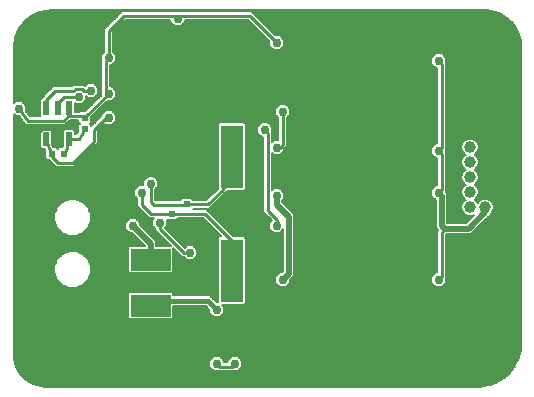
<source format=gbl>
G75*
%MOIN*%
%OFA0B0*%
%FSLAX25Y25*%
%IPPOS*%
%LPD*%
%AMOC8*
5,1,8,0,0,1.08239X$1,22.5*
%
%ADD10R,0.02362X0.02362*%
%ADD11R,0.13386X0.07480*%
%ADD12R,0.07600X0.21000*%
%ADD13R,0.02165X0.04724*%
%ADD14C,0.03969*%
%ADD15C,0.02978*%
%ADD16C,0.01600*%
%ADD17C,0.01000*%
%ADD18C,0.02000*%
%ADD19C,0.00600*%
D10*
X0085772Y0060531D03*
X0085772Y0064469D03*
X0090772Y0067531D03*
X0090772Y0071469D03*
X0056772Y0092531D03*
X0056772Y0096469D03*
X0049741Y0084500D03*
X0045804Y0084500D03*
D11*
X0078772Y0049177D03*
X0078772Y0033823D03*
D12*
X0105772Y0045500D03*
X0105772Y0083500D03*
D13*
X0051512Y0089382D03*
X0047772Y0089382D03*
X0044032Y0089382D03*
X0044032Y0099618D03*
X0047772Y0099618D03*
X0051512Y0099618D03*
D14*
X0185233Y0086598D03*
X0190233Y0086598D03*
X0190233Y0081598D03*
X0185233Y0081598D03*
X0185233Y0076598D03*
X0190233Y0076598D03*
X0190233Y0071598D03*
X0185233Y0071598D03*
X0185233Y0066598D03*
X0190233Y0066598D03*
D15*
X0174772Y0071500D03*
X0167772Y0076500D03*
X0174772Y0085500D03*
X0179772Y0110500D03*
X0174772Y0115500D03*
X0122772Y0110500D03*
X0120772Y0121500D03*
X0087772Y0129500D03*
X0070772Y0124500D03*
X0064772Y0116500D03*
X0064772Y0104500D03*
X0058772Y0105500D03*
X0054772Y0103500D03*
X0064772Y0096500D03*
X0038772Y0091500D03*
X0034772Y0099500D03*
X0075772Y0071500D03*
X0078772Y0074500D03*
X0081772Y0061500D03*
X0072772Y0060500D03*
X0091772Y0051500D03*
X0100772Y0032500D03*
X0122772Y0035500D03*
X0122772Y0042500D03*
X0120772Y0060500D03*
X0120772Y0070500D03*
X0122772Y0080500D03*
X0120772Y0086500D03*
X0116772Y0092500D03*
X0122772Y0098500D03*
X0174772Y0042500D03*
X0174772Y0035500D03*
X0106772Y0014500D03*
X0100772Y0014500D03*
X0064772Y0028500D03*
D16*
X0079095Y0033823D02*
X0080772Y0035500D01*
X0097772Y0035500D01*
X0100772Y0032500D01*
D17*
X0105772Y0045500D02*
X0105772Y0055500D01*
X0096804Y0064469D01*
X0085772Y0064469D01*
X0085741Y0064500D01*
X0078772Y0064500D01*
X0075772Y0067500D01*
X0075772Y0071500D01*
X0078772Y0074500D02*
X0078772Y0068500D01*
X0079772Y0067500D01*
X0090741Y0067500D01*
X0090772Y0067531D01*
X0097804Y0067531D01*
X0102772Y0072500D01*
X0105772Y0083500D01*
X0116772Y0092500D02*
X0117772Y0091500D01*
X0117772Y0065500D01*
X0120772Y0062500D01*
X0120772Y0060500D01*
X0091772Y0051500D02*
X0089772Y0051500D01*
X0081772Y0059500D01*
X0081772Y0061500D01*
X0059772Y0088500D02*
X0052772Y0081500D01*
X0047772Y0081500D01*
X0045804Y0083469D01*
X0045804Y0084500D01*
X0044772Y0086500D01*
X0044032Y0089382D01*
X0046215Y0090939D02*
X0046215Y0092200D01*
X0045570Y0092844D01*
X0042494Y0092844D01*
X0041150Y0091500D01*
X0038772Y0091500D01*
X0037772Y0095500D02*
X0049772Y0095500D01*
X0051272Y0097000D01*
X0053772Y0097000D01*
X0053788Y0096984D01*
X0057288Y0096984D01*
X0056772Y0096469D01*
X0057288Y0096984D02*
X0064772Y0104469D01*
X0064772Y0104500D01*
X0063772Y0105500D01*
X0063772Y0115500D01*
X0064772Y0116500D01*
X0064772Y0125500D01*
X0069772Y0130500D01*
X0086772Y0130500D01*
X0087772Y0129500D01*
X0088772Y0130500D01*
X0111772Y0130500D01*
X0120772Y0121500D01*
X0122772Y0098500D02*
X0122772Y0087500D01*
X0121772Y0086500D01*
X0120772Y0086500D01*
X0174772Y0085500D02*
X0175772Y0084500D01*
X0175772Y0072500D01*
X0174772Y0071500D01*
X0175772Y0070500D01*
X0176772Y0059500D02*
X0175772Y0058500D01*
X0175772Y0043500D01*
X0174772Y0042500D01*
X0123772Y0038500D02*
X0122772Y0038500D01*
X0106772Y0014500D02*
X0105772Y0013500D01*
X0101772Y0013500D01*
X0100772Y0014500D01*
X0079095Y0033823D02*
X0078772Y0033823D01*
X0049741Y0084500D02*
X0050772Y0086500D01*
X0051512Y0089382D01*
X0054772Y0089500D01*
X0056772Y0092531D01*
X0059772Y0092500D02*
X0059772Y0088500D01*
X0059772Y0092500D02*
X0063772Y0096500D01*
X0064772Y0096500D01*
X0054272Y0097000D02*
X0053772Y0097000D01*
X0051512Y0097240D02*
X0051272Y0097000D01*
X0051512Y0097240D02*
X0051512Y0099618D01*
X0047772Y0099618D02*
X0047772Y0101500D01*
X0049772Y0103500D01*
X0054772Y0103500D01*
X0053111Y0105500D02*
X0046772Y0105500D01*
X0043772Y0102500D01*
X0044032Y0099618D01*
X0037772Y0095500D02*
X0034772Y0099500D01*
X0046215Y0090939D02*
X0047772Y0089382D01*
X0047772Y0091500D01*
X0053111Y0105500D02*
X0053700Y0106089D01*
X0055845Y0106089D01*
X0056433Y0105500D01*
X0058772Y0105500D01*
X0174772Y0115500D02*
X0175772Y0114500D01*
X0175772Y0086500D01*
X0174772Y0085500D01*
D18*
X0175772Y0070500D02*
X0175772Y0060500D01*
X0176772Y0059500D01*
X0184772Y0059500D01*
X0190233Y0064961D01*
X0190233Y0066598D01*
X0124772Y0063500D02*
X0124772Y0044500D01*
X0122772Y0042500D01*
X0124772Y0063500D02*
X0120772Y0067500D01*
X0120772Y0070500D01*
X0078772Y0054500D02*
X0078772Y0049177D01*
X0078772Y0054500D02*
X0072772Y0060500D01*
D19*
X0033107Y0017448D02*
X0033198Y0016058D01*
X0033917Y0013373D01*
X0035307Y0010966D01*
X0037273Y0009000D01*
X0039680Y0007611D01*
X0042365Y0006891D01*
X0043755Y0006800D01*
X0188262Y0006800D01*
X0189819Y0006887D01*
X0192856Y0007581D01*
X0195663Y0008932D01*
X0198098Y0010875D01*
X0200041Y0013310D01*
X0201392Y0016117D01*
X0202085Y0019154D01*
X0202173Y0020711D01*
X0202173Y0120629D01*
X0202074Y0122140D01*
X0201294Y0125060D01*
X0199787Y0127681D01*
X0197656Y0129824D01*
X0195044Y0131345D01*
X0192129Y0132141D01*
X0190619Y0132248D01*
X0046465Y0132248D01*
X0046462Y0132247D01*
X0045608Y0132248D01*
X0045607Y0132248D01*
X0044205Y0132171D01*
X0041471Y0131549D01*
X0038945Y0130333D01*
X0036754Y0128583D01*
X0035008Y0126389D01*
X0033797Y0123860D01*
X0033181Y0121125D01*
X0033107Y0119723D01*
X0033107Y0119716D01*
X0033109Y0118868D01*
X0033107Y0118861D01*
X0033107Y0101213D01*
X0033783Y0101889D01*
X0035762Y0101889D01*
X0037161Y0100490D01*
X0037161Y0098648D01*
X0038472Y0096900D01*
X0042049Y0096900D01*
X0042049Y0102353D01*
X0042352Y0102656D01*
X0042326Y0102952D01*
X0042372Y0103007D01*
X0042372Y0103080D01*
X0042738Y0103445D01*
X0043069Y0103842D01*
X0043141Y0103849D01*
X0045372Y0106080D01*
X0045372Y0106080D01*
X0046192Y0106900D01*
X0052531Y0106900D01*
X0053120Y0107489D01*
X0056424Y0107489D01*
X0056903Y0107010D01*
X0057783Y0107889D01*
X0059762Y0107889D01*
X0061161Y0106490D01*
X0061161Y0104510D01*
X0059762Y0103111D01*
X0057783Y0103111D01*
X0057161Y0103733D01*
X0057161Y0102510D01*
X0055762Y0101111D01*
X0053783Y0101111D01*
X0053495Y0101399D01*
X0053495Y0098400D01*
X0054852Y0098400D01*
X0054868Y0098384D01*
X0055053Y0098384D01*
X0055218Y0098550D01*
X0056873Y0098550D01*
X0062383Y0104059D01*
X0062383Y0104909D01*
X0062372Y0104920D01*
X0062372Y0116080D01*
X0062383Y0116091D01*
X0062383Y0117490D01*
X0063372Y0118479D01*
X0063372Y0126080D01*
X0064192Y0126900D01*
X0064192Y0126900D01*
X0069192Y0131900D01*
X0087352Y0131900D01*
X0087363Y0131889D01*
X0088181Y0131889D01*
X0088192Y0131900D01*
X0112352Y0131900D01*
X0113172Y0131080D01*
X0120363Y0123889D01*
X0121762Y0123889D01*
X0123161Y0122490D01*
X0123161Y0120510D01*
X0121762Y0119111D01*
X0119783Y0119111D01*
X0118383Y0120510D01*
X0118383Y0121909D01*
X0111192Y0129100D01*
X0090161Y0129100D01*
X0090161Y0128510D01*
X0088762Y0127111D01*
X0086783Y0127111D01*
X0085383Y0128510D01*
X0085383Y0129100D01*
X0070352Y0129100D01*
X0066172Y0124920D01*
X0066172Y0118479D01*
X0067161Y0117490D01*
X0067161Y0115510D01*
X0065762Y0114111D01*
X0065172Y0114111D01*
X0065172Y0106889D01*
X0065762Y0106889D01*
X0067161Y0105490D01*
X0067161Y0103510D01*
X0065762Y0102111D01*
X0064395Y0102111D01*
X0058853Y0096570D01*
X0058853Y0094915D01*
X0058439Y0094500D01*
X0058853Y0094085D01*
X0058853Y0093561D01*
X0059192Y0093900D01*
X0062383Y0097091D01*
X0062383Y0097490D01*
X0063783Y0098889D01*
X0065762Y0098889D01*
X0067161Y0097490D01*
X0067161Y0095510D01*
X0065762Y0094111D01*
X0063783Y0094111D01*
X0063573Y0094321D01*
X0061172Y0091920D01*
X0061172Y0087920D01*
X0054172Y0080920D01*
X0053352Y0080100D01*
X0047192Y0080100D01*
X0045224Y0082069D01*
X0044873Y0082419D01*
X0044250Y0082419D01*
X0043723Y0082946D01*
X0043723Y0085481D01*
X0043713Y0085500D01*
X0043560Y0085590D01*
X0043455Y0085999D01*
X0043393Y0086120D01*
X0042576Y0086120D01*
X0042049Y0086647D01*
X0042049Y0092117D01*
X0042576Y0092644D01*
X0045487Y0092644D01*
X0046015Y0092117D01*
X0046015Y0087290D01*
X0046089Y0087001D01*
X0046306Y0086581D01*
X0047358Y0086581D01*
X0047772Y0086166D01*
X0048187Y0086581D01*
X0049239Y0086581D01*
X0049455Y0087001D01*
X0049530Y0087290D01*
X0049530Y0092117D01*
X0050057Y0092644D01*
X0052968Y0092644D01*
X0053495Y0092117D01*
X0053495Y0090855D01*
X0054001Y0090873D01*
X0054691Y0091919D01*
X0054691Y0094085D01*
X0055106Y0094500D01*
X0054691Y0094915D01*
X0054691Y0095584D01*
X0053208Y0095584D01*
X0053192Y0095600D01*
X0051852Y0095600D01*
X0051172Y0094920D01*
X0051172Y0094920D01*
X0050352Y0094100D01*
X0038239Y0094100D01*
X0038148Y0094032D01*
X0037673Y0094100D01*
X0037192Y0094100D01*
X0037112Y0094180D01*
X0037000Y0094196D01*
X0036712Y0094580D01*
X0036372Y0094920D01*
X0036372Y0095033D01*
X0034814Y0097111D01*
X0033783Y0097111D01*
X0033107Y0097787D01*
X0033107Y0017448D01*
X0033107Y0017589D02*
X0201728Y0017589D01*
X0201865Y0018187D02*
X0033107Y0018187D01*
X0033107Y0018786D02*
X0202001Y0018786D01*
X0202098Y0019384D02*
X0033107Y0019384D01*
X0033107Y0019983D02*
X0202132Y0019983D01*
X0202166Y0020581D02*
X0033107Y0020581D01*
X0033107Y0021180D02*
X0202173Y0021180D01*
X0202173Y0021778D02*
X0033107Y0021778D01*
X0033107Y0022377D02*
X0202173Y0022377D01*
X0202173Y0022975D02*
X0033107Y0022975D01*
X0033107Y0023574D02*
X0202173Y0023574D01*
X0202173Y0024172D02*
X0033107Y0024172D01*
X0033107Y0024771D02*
X0202173Y0024771D01*
X0202173Y0025370D02*
X0033107Y0025370D01*
X0033107Y0025968D02*
X0202173Y0025968D01*
X0202173Y0026567D02*
X0033107Y0026567D01*
X0033107Y0027165D02*
X0202173Y0027165D01*
X0202173Y0027764D02*
X0033107Y0027764D01*
X0033107Y0028362D02*
X0202173Y0028362D01*
X0202173Y0028961D02*
X0033107Y0028961D01*
X0033107Y0029559D02*
X0071330Y0029559D01*
X0071179Y0029710D02*
X0071706Y0029183D01*
X0085838Y0029183D01*
X0086365Y0029710D01*
X0086365Y0033800D01*
X0097068Y0033800D01*
X0098383Y0032485D01*
X0098383Y0031510D01*
X0099783Y0030111D01*
X0101762Y0030111D01*
X0103161Y0031510D01*
X0103161Y0033490D01*
X0102551Y0034100D01*
X0109945Y0034100D01*
X0110472Y0034627D01*
X0110472Y0056373D01*
X0109945Y0056900D01*
X0106352Y0056900D01*
X0097384Y0065868D01*
X0092744Y0065868D01*
X0092853Y0065978D01*
X0092853Y0066131D01*
X0098384Y0066131D01*
X0103630Y0071377D01*
X0103970Y0071572D01*
X0104025Y0071773D01*
X0104172Y0071920D01*
X0104172Y0072100D01*
X0109945Y0072100D01*
X0110472Y0072627D01*
X0110472Y0094373D01*
X0109945Y0094900D01*
X0101599Y0094900D01*
X0101072Y0094373D01*
X0101072Y0072780D01*
X0097224Y0068931D01*
X0092853Y0068931D01*
X0092853Y0069085D01*
X0092326Y0069613D01*
X0089218Y0069613D01*
X0088691Y0069085D01*
X0088691Y0068900D01*
X0080352Y0068900D01*
X0080172Y0069080D01*
X0080172Y0072521D01*
X0081161Y0073510D01*
X0081161Y0075490D01*
X0079762Y0076889D01*
X0077783Y0076889D01*
X0076383Y0075490D01*
X0076383Y0073889D01*
X0074783Y0073889D01*
X0073383Y0072490D01*
X0073383Y0070510D01*
X0074372Y0069521D01*
X0074372Y0066920D01*
X0077372Y0063920D01*
X0078192Y0063100D01*
X0079994Y0063100D01*
X0079383Y0062490D01*
X0079383Y0060510D01*
X0080372Y0059521D01*
X0080372Y0058920D01*
X0085475Y0053817D01*
X0080672Y0053817D01*
X0080672Y0055287D01*
X0079559Y0056400D01*
X0075161Y0060798D01*
X0075161Y0061490D01*
X0073762Y0062889D01*
X0071783Y0062889D01*
X0070383Y0061490D01*
X0070383Y0059510D01*
X0071783Y0058111D01*
X0072474Y0058111D01*
X0076768Y0053817D01*
X0071706Y0053817D01*
X0071179Y0053290D01*
X0071179Y0045064D01*
X0071706Y0044537D01*
X0085838Y0044537D01*
X0086365Y0045064D01*
X0086365Y0052927D01*
X0088372Y0050920D01*
X0089192Y0050100D01*
X0089794Y0050100D01*
X0090783Y0049111D01*
X0092762Y0049111D01*
X0094161Y0050510D01*
X0094161Y0052490D01*
X0092762Y0053889D01*
X0090783Y0053889D01*
X0090073Y0053179D01*
X0083451Y0059801D01*
X0084161Y0060510D01*
X0084161Y0062445D01*
X0084218Y0062387D01*
X0087326Y0062387D01*
X0087853Y0062915D01*
X0087853Y0063069D01*
X0096224Y0063069D01*
X0102392Y0056900D01*
X0101599Y0056900D01*
X0101072Y0056373D01*
X0101072Y0034889D01*
X0100787Y0034889D01*
X0099472Y0036204D01*
X0098476Y0037200D01*
X0086365Y0037200D01*
X0086365Y0037936D01*
X0085838Y0038463D01*
X0071706Y0038463D01*
X0071179Y0037936D01*
X0071179Y0029710D01*
X0071179Y0030158D02*
X0033107Y0030158D01*
X0033107Y0030756D02*
X0071179Y0030756D01*
X0071179Y0031355D02*
X0033107Y0031355D01*
X0033107Y0031953D02*
X0071179Y0031953D01*
X0071179Y0032552D02*
X0033107Y0032552D01*
X0033107Y0033150D02*
X0071179Y0033150D01*
X0071179Y0033749D02*
X0033107Y0033749D01*
X0033107Y0034347D02*
X0071179Y0034347D01*
X0071179Y0034946D02*
X0033107Y0034946D01*
X0033107Y0035544D02*
X0071179Y0035544D01*
X0071179Y0036143D02*
X0033107Y0036143D01*
X0033107Y0036741D02*
X0071179Y0036741D01*
X0071179Y0037340D02*
X0033107Y0037340D01*
X0033107Y0037938D02*
X0071182Y0037938D01*
X0071179Y0045120D02*
X0058844Y0045120D01*
X0058844Y0044631D02*
X0057919Y0042399D01*
X0056211Y0040691D01*
X0053980Y0039767D01*
X0051564Y0039767D01*
X0049333Y0040691D01*
X0047625Y0042399D01*
X0046700Y0044631D01*
X0046700Y0047046D01*
X0047625Y0049278D01*
X0049333Y0050986D01*
X0051564Y0051910D01*
X0053980Y0051910D01*
X0056211Y0050986D01*
X0057919Y0049278D01*
X0058844Y0047046D01*
X0058844Y0044631D01*
X0058799Y0044522D02*
X0101072Y0044522D01*
X0101072Y0045120D02*
X0086365Y0045120D01*
X0086365Y0045719D02*
X0101072Y0045719D01*
X0101072Y0046317D02*
X0086365Y0046317D01*
X0086365Y0046916D02*
X0101072Y0046916D01*
X0101072Y0047514D02*
X0086365Y0047514D01*
X0086365Y0048113D02*
X0101072Y0048113D01*
X0101072Y0048711D02*
X0086365Y0048711D01*
X0086365Y0049310D02*
X0090584Y0049310D01*
X0089985Y0049908D02*
X0086365Y0049908D01*
X0086365Y0050507D02*
X0088785Y0050507D01*
X0088187Y0051105D02*
X0086365Y0051105D01*
X0086365Y0051704D02*
X0087588Y0051704D01*
X0086990Y0052303D02*
X0086365Y0052303D01*
X0086365Y0052901D02*
X0086391Y0052901D01*
X0085194Y0054098D02*
X0080672Y0054098D01*
X0080672Y0054697D02*
X0084596Y0054697D01*
X0083997Y0055295D02*
X0080664Y0055295D01*
X0080066Y0055894D02*
X0083399Y0055894D01*
X0082800Y0056492D02*
X0079467Y0056492D01*
X0078868Y0057091D02*
X0082202Y0057091D01*
X0081603Y0057689D02*
X0078270Y0057689D01*
X0077671Y0058288D02*
X0081005Y0058288D01*
X0080406Y0058886D02*
X0077073Y0058886D01*
X0076474Y0059485D02*
X0080372Y0059485D01*
X0079810Y0060083D02*
X0075876Y0060083D01*
X0075277Y0060682D02*
X0079383Y0060682D01*
X0079383Y0061280D02*
X0075161Y0061280D01*
X0074772Y0061879D02*
X0079383Y0061879D01*
X0079383Y0062477D02*
X0074173Y0062477D01*
X0071371Y0062477D02*
X0058844Y0062477D01*
X0058844Y0061954D02*
X0057919Y0059722D01*
X0056211Y0058014D01*
X0053980Y0057090D01*
X0051564Y0057090D01*
X0049333Y0058014D01*
X0047625Y0059722D01*
X0046700Y0061954D01*
X0046700Y0064369D01*
X0047625Y0066601D01*
X0049333Y0068309D01*
X0051564Y0069233D01*
X0053980Y0069233D01*
X0056211Y0068309D01*
X0057919Y0066601D01*
X0058844Y0064369D01*
X0058844Y0061954D01*
X0058813Y0061879D02*
X0070772Y0061879D01*
X0070383Y0061280D02*
X0058565Y0061280D01*
X0058317Y0060682D02*
X0070383Y0060682D01*
X0070383Y0060083D02*
X0058069Y0060083D01*
X0057682Y0059485D02*
X0070409Y0059485D01*
X0071007Y0058886D02*
X0057083Y0058886D01*
X0056485Y0058288D02*
X0071606Y0058288D01*
X0072896Y0057689D02*
X0055427Y0057689D01*
X0053982Y0057091D02*
X0073495Y0057091D01*
X0074093Y0056492D02*
X0033107Y0056492D01*
X0033107Y0055894D02*
X0074692Y0055894D01*
X0075290Y0055295D02*
X0033107Y0055295D01*
X0033107Y0054697D02*
X0075889Y0054697D01*
X0076487Y0054098D02*
X0033107Y0054098D01*
X0033107Y0053500D02*
X0071389Y0053500D01*
X0071179Y0052901D02*
X0033107Y0052901D01*
X0033107Y0052303D02*
X0071179Y0052303D01*
X0071179Y0051704D02*
X0054478Y0051704D01*
X0055923Y0051105D02*
X0071179Y0051105D01*
X0071179Y0050507D02*
X0056690Y0050507D01*
X0057289Y0049908D02*
X0071179Y0049908D01*
X0071179Y0049310D02*
X0057887Y0049310D01*
X0058154Y0048711D02*
X0071179Y0048711D01*
X0071179Y0048113D02*
X0058402Y0048113D01*
X0058650Y0047514D02*
X0071179Y0047514D01*
X0071179Y0046916D02*
X0058844Y0046916D01*
X0058844Y0046317D02*
X0071179Y0046317D01*
X0071179Y0045719D02*
X0058844Y0045719D01*
X0058551Y0043923D02*
X0101072Y0043923D01*
X0101072Y0043325D02*
X0058303Y0043325D01*
X0058055Y0042726D02*
X0101072Y0042726D01*
X0101072Y0042128D02*
X0057648Y0042128D01*
X0057049Y0041529D02*
X0101072Y0041529D01*
X0101072Y0040931D02*
X0056451Y0040931D01*
X0055345Y0040332D02*
X0101072Y0040332D01*
X0101072Y0039734D02*
X0033107Y0039734D01*
X0033107Y0040332D02*
X0050199Y0040332D01*
X0049093Y0040931D02*
X0033107Y0040931D01*
X0033107Y0041529D02*
X0048495Y0041529D01*
X0047896Y0042128D02*
X0033107Y0042128D01*
X0033107Y0042726D02*
X0047489Y0042726D01*
X0047241Y0043325D02*
X0033107Y0043325D01*
X0033107Y0043923D02*
X0046994Y0043923D01*
X0046746Y0044522D02*
X0033107Y0044522D01*
X0033107Y0045120D02*
X0046700Y0045120D01*
X0046700Y0045719D02*
X0033107Y0045719D01*
X0033107Y0046317D02*
X0046700Y0046317D01*
X0046700Y0046916D02*
X0033107Y0046916D01*
X0033107Y0047514D02*
X0046894Y0047514D01*
X0047142Y0048113D02*
X0033107Y0048113D01*
X0033107Y0048711D02*
X0047390Y0048711D01*
X0047657Y0049310D02*
X0033107Y0049310D01*
X0033107Y0049908D02*
X0048255Y0049908D01*
X0048854Y0050507D02*
X0033107Y0050507D01*
X0033107Y0051105D02*
X0049622Y0051105D01*
X0051067Y0051704D02*
X0033107Y0051704D01*
X0033107Y0057091D02*
X0051562Y0057091D01*
X0050117Y0057689D02*
X0033107Y0057689D01*
X0033107Y0058288D02*
X0049059Y0058288D01*
X0048461Y0058886D02*
X0033107Y0058886D01*
X0033107Y0059485D02*
X0047862Y0059485D01*
X0047475Y0060083D02*
X0033107Y0060083D01*
X0033107Y0060682D02*
X0047227Y0060682D01*
X0046979Y0061280D02*
X0033107Y0061280D01*
X0033107Y0061879D02*
X0046732Y0061879D01*
X0046700Y0062477D02*
X0033107Y0062477D01*
X0033107Y0063076D02*
X0046700Y0063076D01*
X0046700Y0063674D02*
X0033107Y0063674D01*
X0033107Y0064273D02*
X0046700Y0064273D01*
X0046908Y0064871D02*
X0033107Y0064871D01*
X0033107Y0065470D02*
X0047156Y0065470D01*
X0047404Y0066068D02*
X0033107Y0066068D01*
X0033107Y0066667D02*
X0047691Y0066667D01*
X0048289Y0067265D02*
X0033107Y0067265D01*
X0033107Y0067864D02*
X0048888Y0067864D01*
X0049704Y0068462D02*
X0033107Y0068462D01*
X0033107Y0069061D02*
X0051149Y0069061D01*
X0054396Y0069061D02*
X0074372Y0069061D01*
X0074372Y0068462D02*
X0055841Y0068462D01*
X0056656Y0067864D02*
X0074372Y0067864D01*
X0074372Y0067265D02*
X0057255Y0067265D01*
X0057853Y0066667D02*
X0074625Y0066667D01*
X0075224Y0066068D02*
X0058140Y0066068D01*
X0058388Y0065470D02*
X0075822Y0065470D01*
X0076421Y0064871D02*
X0058636Y0064871D01*
X0058844Y0064273D02*
X0077019Y0064273D01*
X0077618Y0063674D02*
X0058844Y0063674D01*
X0058844Y0063076D02*
X0079969Y0063076D01*
X0084161Y0061879D02*
X0097414Y0061879D01*
X0098012Y0061280D02*
X0084161Y0061280D01*
X0084161Y0060682D02*
X0098611Y0060682D01*
X0099209Y0060083D02*
X0083734Y0060083D01*
X0083767Y0059485D02*
X0099808Y0059485D01*
X0100406Y0058886D02*
X0084366Y0058886D01*
X0084964Y0058288D02*
X0101005Y0058288D01*
X0101603Y0057689D02*
X0085563Y0057689D01*
X0086161Y0057091D02*
X0102202Y0057091D01*
X0101191Y0056492D02*
X0086760Y0056492D01*
X0087358Y0055894D02*
X0101072Y0055894D01*
X0101072Y0055295D02*
X0087957Y0055295D01*
X0088555Y0054697D02*
X0101072Y0054697D01*
X0101072Y0054098D02*
X0089154Y0054098D01*
X0089752Y0053500D02*
X0090393Y0053500D01*
X0093151Y0053500D02*
X0101072Y0053500D01*
X0101072Y0052901D02*
X0093750Y0052901D01*
X0094161Y0052303D02*
X0101072Y0052303D01*
X0101072Y0051704D02*
X0094161Y0051704D01*
X0094161Y0051105D02*
X0101072Y0051105D01*
X0101072Y0050507D02*
X0094158Y0050507D01*
X0093559Y0049908D02*
X0101072Y0049908D01*
X0101072Y0049310D02*
X0092961Y0049310D01*
X0104964Y0058288D02*
X0119606Y0058288D01*
X0119783Y0058111D02*
X0121762Y0058111D01*
X0122872Y0059221D01*
X0122872Y0045287D01*
X0122474Y0044889D01*
X0121783Y0044889D01*
X0120383Y0043490D01*
X0120383Y0041510D01*
X0121783Y0040111D01*
X0123762Y0040111D01*
X0125161Y0041510D01*
X0125161Y0042202D01*
X0125559Y0042600D01*
X0125559Y0042600D01*
X0126672Y0043713D01*
X0126672Y0064287D01*
X0125559Y0065400D01*
X0122672Y0068287D01*
X0122672Y0069021D01*
X0123161Y0069510D01*
X0123161Y0071490D01*
X0121762Y0072889D01*
X0119783Y0072889D01*
X0119172Y0072278D01*
X0119172Y0084721D01*
X0119783Y0084111D01*
X0121762Y0084111D01*
X0123161Y0085510D01*
X0123161Y0085909D01*
X0123352Y0086100D01*
X0124172Y0086920D01*
X0124172Y0096521D01*
X0125161Y0097510D01*
X0125161Y0099490D01*
X0123762Y0100889D01*
X0121783Y0100889D01*
X0120383Y0099490D01*
X0120383Y0097510D01*
X0121372Y0096521D01*
X0121372Y0088889D01*
X0119783Y0088889D01*
X0119172Y0088278D01*
X0119172Y0092080D01*
X0119161Y0092091D01*
X0119161Y0093490D01*
X0117762Y0094889D01*
X0115783Y0094889D01*
X0114383Y0093490D01*
X0114383Y0091510D01*
X0115783Y0090111D01*
X0116372Y0090111D01*
X0116372Y0064920D01*
X0119093Y0062199D01*
X0118383Y0061490D01*
X0118383Y0059510D01*
X0119783Y0058111D01*
X0119007Y0058886D02*
X0104366Y0058886D01*
X0103767Y0059485D02*
X0118409Y0059485D01*
X0118383Y0060083D02*
X0103169Y0060083D01*
X0102570Y0060682D02*
X0118383Y0060682D01*
X0118383Y0061280D02*
X0101972Y0061280D01*
X0101373Y0061879D02*
X0118772Y0061879D01*
X0118815Y0062477D02*
X0100775Y0062477D01*
X0100176Y0063076D02*
X0118216Y0063076D01*
X0117618Y0063674D02*
X0099578Y0063674D01*
X0098979Y0064273D02*
X0117019Y0064273D01*
X0116421Y0064871D02*
X0098381Y0064871D01*
X0097782Y0065470D02*
X0116372Y0065470D01*
X0116372Y0066068D02*
X0092853Y0066068D01*
X0092853Y0069061D02*
X0097353Y0069061D01*
X0097952Y0069659D02*
X0080172Y0069659D01*
X0080191Y0069061D02*
X0088691Y0069061D01*
X0080172Y0070258D02*
X0098550Y0070258D01*
X0099149Y0070856D02*
X0080172Y0070856D01*
X0080172Y0071455D02*
X0099747Y0071455D01*
X0100346Y0072053D02*
X0080172Y0072053D01*
X0080303Y0072652D02*
X0100944Y0072652D01*
X0101072Y0073250D02*
X0080901Y0073250D01*
X0081161Y0073849D02*
X0101072Y0073849D01*
X0101072Y0074447D02*
X0081161Y0074447D01*
X0081161Y0075046D02*
X0101072Y0075046D01*
X0101072Y0075644D02*
X0081006Y0075644D01*
X0080408Y0076243D02*
X0101072Y0076243D01*
X0101072Y0076841D02*
X0079809Y0076841D01*
X0077735Y0076841D02*
X0033107Y0076841D01*
X0033107Y0076243D02*
X0077137Y0076243D01*
X0076538Y0075644D02*
X0033107Y0075644D01*
X0033107Y0075046D02*
X0076383Y0075046D01*
X0076383Y0074447D02*
X0033107Y0074447D01*
X0033107Y0073849D02*
X0074743Y0073849D01*
X0074144Y0073250D02*
X0033107Y0073250D01*
X0033107Y0072652D02*
X0073546Y0072652D01*
X0073383Y0072053D02*
X0033107Y0072053D01*
X0033107Y0071455D02*
X0073383Y0071455D01*
X0073383Y0070856D02*
X0033107Y0070856D01*
X0033107Y0070258D02*
X0073636Y0070258D01*
X0074234Y0069659D02*
X0033107Y0069659D01*
X0033107Y0077440D02*
X0101072Y0077440D01*
X0101072Y0078039D02*
X0033107Y0078039D01*
X0033107Y0078637D02*
X0101072Y0078637D01*
X0101072Y0079236D02*
X0033107Y0079236D01*
X0033107Y0079834D02*
X0101072Y0079834D01*
X0101072Y0080433D02*
X0053685Y0080433D01*
X0054283Y0081031D02*
X0101072Y0081031D01*
X0101072Y0081630D02*
X0054882Y0081630D01*
X0055480Y0082228D02*
X0101072Y0082228D01*
X0101072Y0082827D02*
X0056079Y0082827D01*
X0056677Y0083425D02*
X0101072Y0083425D01*
X0101072Y0084024D02*
X0057276Y0084024D01*
X0057874Y0084622D02*
X0101072Y0084622D01*
X0101072Y0085221D02*
X0058473Y0085221D01*
X0059071Y0085819D02*
X0101072Y0085819D01*
X0101072Y0086418D02*
X0059670Y0086418D01*
X0060268Y0087016D02*
X0101072Y0087016D01*
X0101072Y0087615D02*
X0060867Y0087615D01*
X0061172Y0088213D02*
X0101072Y0088213D01*
X0101072Y0088812D02*
X0061172Y0088812D01*
X0061172Y0089410D02*
X0101072Y0089410D01*
X0101072Y0090009D02*
X0061172Y0090009D01*
X0061172Y0090607D02*
X0101072Y0090607D01*
X0101072Y0091206D02*
X0061172Y0091206D01*
X0061172Y0091804D02*
X0101072Y0091804D01*
X0101072Y0092403D02*
X0061655Y0092403D01*
X0062253Y0093001D02*
X0101072Y0093001D01*
X0101072Y0093600D02*
X0062852Y0093600D01*
X0063450Y0094198D02*
X0063695Y0094198D01*
X0065849Y0094198D02*
X0101072Y0094198D01*
X0101496Y0094797D02*
X0066447Y0094797D01*
X0067046Y0095395D02*
X0121372Y0095395D01*
X0121372Y0094797D02*
X0117854Y0094797D01*
X0118452Y0094198D02*
X0121372Y0094198D01*
X0121372Y0093600D02*
X0119051Y0093600D01*
X0119161Y0093001D02*
X0121372Y0093001D01*
X0121372Y0092403D02*
X0119161Y0092403D01*
X0119172Y0091804D02*
X0121372Y0091804D01*
X0121372Y0091206D02*
X0119172Y0091206D01*
X0119172Y0090607D02*
X0121372Y0090607D01*
X0121372Y0090009D02*
X0119172Y0090009D01*
X0119172Y0089410D02*
X0121372Y0089410D01*
X0119705Y0088812D02*
X0119172Y0088812D01*
X0116372Y0088812D02*
X0110472Y0088812D01*
X0110472Y0089410D02*
X0116372Y0089410D01*
X0116372Y0090009D02*
X0110472Y0090009D01*
X0110472Y0090607D02*
X0115286Y0090607D01*
X0114688Y0091206D02*
X0110472Y0091206D01*
X0110472Y0091804D02*
X0114383Y0091804D01*
X0114383Y0092403D02*
X0110472Y0092403D01*
X0110472Y0093001D02*
X0114383Y0093001D01*
X0114493Y0093600D02*
X0110472Y0093600D01*
X0110472Y0094198D02*
X0115092Y0094198D01*
X0115690Y0094797D02*
X0110048Y0094797D01*
X0110472Y0088213D02*
X0116372Y0088213D01*
X0116372Y0087615D02*
X0110472Y0087615D01*
X0110472Y0087016D02*
X0116372Y0087016D01*
X0116372Y0086418D02*
X0110472Y0086418D01*
X0110472Y0085819D02*
X0116372Y0085819D01*
X0116372Y0085221D02*
X0110472Y0085221D01*
X0110472Y0084622D02*
X0116372Y0084622D01*
X0116372Y0084024D02*
X0110472Y0084024D01*
X0110472Y0083425D02*
X0116372Y0083425D01*
X0116372Y0082827D02*
X0110472Y0082827D01*
X0110472Y0082228D02*
X0116372Y0082228D01*
X0116372Y0081630D02*
X0110472Y0081630D01*
X0110472Y0081031D02*
X0116372Y0081031D01*
X0116372Y0080433D02*
X0110472Y0080433D01*
X0110472Y0079834D02*
X0116372Y0079834D01*
X0116372Y0079236D02*
X0110472Y0079236D01*
X0110472Y0078637D02*
X0116372Y0078637D01*
X0116372Y0078039D02*
X0110472Y0078039D01*
X0110472Y0077440D02*
X0116372Y0077440D01*
X0116372Y0076841D02*
X0110472Y0076841D01*
X0110472Y0076243D02*
X0116372Y0076243D01*
X0116372Y0075644D02*
X0110472Y0075644D01*
X0110472Y0075046D02*
X0116372Y0075046D01*
X0116372Y0074447D02*
X0110472Y0074447D01*
X0110472Y0073849D02*
X0116372Y0073849D01*
X0116372Y0073250D02*
X0110472Y0073250D01*
X0110472Y0072652D02*
X0116372Y0072652D01*
X0116372Y0072053D02*
X0104172Y0072053D01*
X0103765Y0071455D02*
X0116372Y0071455D01*
X0116372Y0070856D02*
X0103108Y0070856D01*
X0102510Y0070258D02*
X0116372Y0070258D01*
X0116372Y0069659D02*
X0101911Y0069659D01*
X0101313Y0069061D02*
X0116372Y0069061D01*
X0116372Y0068462D02*
X0100714Y0068462D01*
X0100116Y0067864D02*
X0116372Y0067864D01*
X0116372Y0067265D02*
X0099517Y0067265D01*
X0098919Y0066667D02*
X0116372Y0066667D01*
X0122672Y0068462D02*
X0173872Y0068462D01*
X0173872Y0067864D02*
X0123095Y0067864D01*
X0123694Y0067265D02*
X0173872Y0067265D01*
X0173872Y0066667D02*
X0124292Y0066667D01*
X0124891Y0066068D02*
X0173872Y0066068D01*
X0173872Y0065470D02*
X0125489Y0065470D01*
X0126088Y0064871D02*
X0173872Y0064871D01*
X0173872Y0064273D02*
X0126672Y0064273D01*
X0126672Y0063674D02*
X0173872Y0063674D01*
X0173872Y0063076D02*
X0126672Y0063076D01*
X0126672Y0062477D02*
X0173872Y0062477D01*
X0173872Y0061879D02*
X0126672Y0061879D01*
X0126672Y0061280D02*
X0173872Y0061280D01*
X0173872Y0060682D02*
X0126672Y0060682D01*
X0126672Y0060083D02*
X0173872Y0060083D01*
X0173872Y0059713D02*
X0174439Y0059146D01*
X0174372Y0059080D01*
X0174372Y0044889D01*
X0173783Y0044889D01*
X0172383Y0043490D01*
X0172383Y0041510D01*
X0173783Y0040111D01*
X0175762Y0040111D01*
X0177161Y0041510D01*
X0177161Y0042909D01*
X0177172Y0042920D01*
X0177172Y0057600D01*
X0185559Y0057600D01*
X0191020Y0063061D01*
X0192133Y0064174D01*
X0192133Y0064419D01*
X0192678Y0064965D01*
X0193117Y0066025D01*
X0193117Y0067172D01*
X0192678Y0068232D01*
X0191867Y0069044D01*
X0190806Y0069483D01*
X0189659Y0069483D01*
X0188599Y0069044D01*
X0187788Y0068232D01*
X0187733Y0068100D01*
X0187678Y0068232D01*
X0186867Y0069044D01*
X0186734Y0069098D01*
X0186867Y0069153D01*
X0187678Y0069965D01*
X0188117Y0071025D01*
X0188117Y0072172D01*
X0187678Y0073232D01*
X0186867Y0074044D01*
X0186734Y0074098D01*
X0186867Y0074153D01*
X0187678Y0074965D01*
X0188117Y0076025D01*
X0188117Y0077172D01*
X0187678Y0078232D01*
X0186867Y0079044D01*
X0186734Y0079098D01*
X0186867Y0079153D01*
X0187678Y0079965D01*
X0188117Y0081025D01*
X0188117Y0082172D01*
X0187678Y0083232D01*
X0186867Y0084044D01*
X0186734Y0084098D01*
X0186867Y0084153D01*
X0187678Y0084965D01*
X0188117Y0086025D01*
X0188117Y0087172D01*
X0187678Y0088232D01*
X0186867Y0089044D01*
X0185806Y0089483D01*
X0184659Y0089483D01*
X0183599Y0089044D01*
X0182788Y0088232D01*
X0182348Y0087172D01*
X0182348Y0086025D01*
X0182788Y0084965D01*
X0183599Y0084153D01*
X0183731Y0084098D01*
X0183599Y0084044D01*
X0182788Y0083232D01*
X0182348Y0082172D01*
X0182348Y0081025D01*
X0182788Y0079965D01*
X0183599Y0079153D01*
X0183731Y0079098D01*
X0183599Y0079044D01*
X0182788Y0078232D01*
X0182348Y0077172D01*
X0182348Y0076025D01*
X0182788Y0074965D01*
X0183599Y0074153D01*
X0183731Y0074098D01*
X0183599Y0074044D01*
X0182788Y0073232D01*
X0182348Y0072172D01*
X0182348Y0071025D01*
X0182788Y0069965D01*
X0183599Y0069153D01*
X0183731Y0069098D01*
X0183599Y0069044D01*
X0182788Y0068232D01*
X0182348Y0067172D01*
X0182348Y0066025D01*
X0182788Y0064965D01*
X0183599Y0064153D01*
X0184659Y0063714D01*
X0185806Y0063714D01*
X0186648Y0064063D01*
X0183985Y0061400D01*
X0177672Y0061400D01*
X0177672Y0071287D01*
X0177161Y0071798D01*
X0177161Y0071909D01*
X0177172Y0071920D01*
X0177172Y0085080D01*
X0177161Y0085091D01*
X0177161Y0085909D01*
X0177172Y0085920D01*
X0177172Y0115080D01*
X0177161Y0115091D01*
X0177161Y0116490D01*
X0175762Y0117889D01*
X0173783Y0117889D01*
X0172383Y0116490D01*
X0172383Y0114510D01*
X0173783Y0113111D01*
X0174372Y0113111D01*
X0174372Y0087889D01*
X0173783Y0087889D01*
X0172383Y0086490D01*
X0172383Y0084510D01*
X0173783Y0083111D01*
X0174372Y0083111D01*
X0174372Y0073889D01*
X0173783Y0073889D01*
X0172383Y0072490D01*
X0172383Y0070510D01*
X0173783Y0069111D01*
X0173872Y0069111D01*
X0173872Y0059713D01*
X0174100Y0059485D02*
X0126672Y0059485D01*
X0126672Y0058886D02*
X0174372Y0058886D01*
X0174372Y0058288D02*
X0126672Y0058288D01*
X0126672Y0057689D02*
X0174372Y0057689D01*
X0174372Y0057091D02*
X0126672Y0057091D01*
X0126672Y0056492D02*
X0174372Y0056492D01*
X0174372Y0055894D02*
X0126672Y0055894D01*
X0126672Y0055295D02*
X0174372Y0055295D01*
X0174372Y0054697D02*
X0126672Y0054697D01*
X0126672Y0054098D02*
X0174372Y0054098D01*
X0174372Y0053500D02*
X0126672Y0053500D01*
X0126672Y0052901D02*
X0174372Y0052901D01*
X0174372Y0052303D02*
X0126672Y0052303D01*
X0126672Y0051704D02*
X0174372Y0051704D01*
X0174372Y0051105D02*
X0126672Y0051105D01*
X0126672Y0050507D02*
X0174372Y0050507D01*
X0174372Y0049908D02*
X0126672Y0049908D01*
X0126672Y0049310D02*
X0174372Y0049310D01*
X0174372Y0048711D02*
X0126672Y0048711D01*
X0126672Y0048113D02*
X0174372Y0048113D01*
X0174372Y0047514D02*
X0126672Y0047514D01*
X0126672Y0046916D02*
X0174372Y0046916D01*
X0174372Y0046317D02*
X0126672Y0046317D01*
X0126672Y0045719D02*
X0174372Y0045719D01*
X0174372Y0045120D02*
X0126672Y0045120D01*
X0126672Y0044522D02*
X0173415Y0044522D01*
X0172817Y0043923D02*
X0126672Y0043923D01*
X0126284Y0043325D02*
X0172383Y0043325D01*
X0172383Y0042726D02*
X0125685Y0042726D01*
X0125161Y0042128D02*
X0172383Y0042128D01*
X0172383Y0041529D02*
X0125161Y0041529D01*
X0124581Y0040931D02*
X0172963Y0040931D01*
X0173561Y0040332D02*
X0123983Y0040332D01*
X0121561Y0040332D02*
X0110472Y0040332D01*
X0110472Y0039734D02*
X0202173Y0039734D01*
X0202173Y0040332D02*
X0175983Y0040332D01*
X0176581Y0040931D02*
X0202173Y0040931D01*
X0202173Y0041529D02*
X0177161Y0041529D01*
X0177161Y0042128D02*
X0202173Y0042128D01*
X0202173Y0042726D02*
X0177161Y0042726D01*
X0177172Y0043325D02*
X0202173Y0043325D01*
X0202173Y0043923D02*
X0177172Y0043923D01*
X0177172Y0044522D02*
X0202173Y0044522D01*
X0202173Y0045120D02*
X0177172Y0045120D01*
X0177172Y0045719D02*
X0202173Y0045719D01*
X0202173Y0046317D02*
X0177172Y0046317D01*
X0177172Y0046916D02*
X0202173Y0046916D01*
X0202173Y0047514D02*
X0177172Y0047514D01*
X0177172Y0048113D02*
X0202173Y0048113D01*
X0202173Y0048711D02*
X0177172Y0048711D01*
X0177172Y0049310D02*
X0202173Y0049310D01*
X0202173Y0049908D02*
X0177172Y0049908D01*
X0177172Y0050507D02*
X0202173Y0050507D01*
X0202173Y0051105D02*
X0177172Y0051105D01*
X0177172Y0051704D02*
X0202173Y0051704D01*
X0202173Y0052303D02*
X0177172Y0052303D01*
X0177172Y0052901D02*
X0202173Y0052901D01*
X0202173Y0053500D02*
X0177172Y0053500D01*
X0177172Y0054098D02*
X0202173Y0054098D01*
X0202173Y0054697D02*
X0177172Y0054697D01*
X0177172Y0055295D02*
X0202173Y0055295D01*
X0202173Y0055894D02*
X0177172Y0055894D01*
X0177172Y0056492D02*
X0202173Y0056492D01*
X0202173Y0057091D02*
X0177172Y0057091D01*
X0177672Y0061879D02*
X0184464Y0061879D01*
X0185062Y0062477D02*
X0177672Y0062477D01*
X0177672Y0063076D02*
X0185661Y0063076D01*
X0186259Y0063674D02*
X0177672Y0063674D01*
X0177672Y0064273D02*
X0183479Y0064273D01*
X0182881Y0064871D02*
X0177672Y0064871D01*
X0177672Y0065470D02*
X0182578Y0065470D01*
X0182348Y0066068D02*
X0177672Y0066068D01*
X0177672Y0066667D02*
X0182348Y0066667D01*
X0182387Y0067265D02*
X0177672Y0067265D01*
X0177672Y0067864D02*
X0182635Y0067864D01*
X0183018Y0068462D02*
X0177672Y0068462D01*
X0177672Y0069061D02*
X0183641Y0069061D01*
X0183093Y0069659D02*
X0177672Y0069659D01*
X0177672Y0070258D02*
X0182666Y0070258D01*
X0182418Y0070856D02*
X0177672Y0070856D01*
X0177504Y0071455D02*
X0182348Y0071455D01*
X0182348Y0072053D02*
X0177172Y0072053D01*
X0177172Y0072652D02*
X0182547Y0072652D01*
X0182806Y0073250D02*
X0177172Y0073250D01*
X0177172Y0073849D02*
X0183404Y0073849D01*
X0183305Y0074447D02*
X0177172Y0074447D01*
X0177172Y0075046D02*
X0182754Y0075046D01*
X0182506Y0075644D02*
X0177172Y0075644D01*
X0177172Y0076243D02*
X0182348Y0076243D01*
X0182348Y0076841D02*
X0177172Y0076841D01*
X0177172Y0077440D02*
X0182459Y0077440D01*
X0182707Y0078039D02*
X0177172Y0078039D01*
X0177172Y0078637D02*
X0183192Y0078637D01*
X0183517Y0079236D02*
X0177172Y0079236D01*
X0177172Y0079834D02*
X0182918Y0079834D01*
X0182594Y0080433D02*
X0177172Y0080433D01*
X0177172Y0081031D02*
X0182348Y0081031D01*
X0182348Y0081630D02*
X0177172Y0081630D01*
X0177172Y0082228D02*
X0182372Y0082228D01*
X0182620Y0082827D02*
X0177172Y0082827D01*
X0177172Y0083425D02*
X0182980Y0083425D01*
X0183579Y0084024D02*
X0177172Y0084024D01*
X0177172Y0084622D02*
X0183130Y0084622D01*
X0182682Y0085221D02*
X0177161Y0085221D01*
X0177161Y0085819D02*
X0182434Y0085819D01*
X0182348Y0086418D02*
X0177172Y0086418D01*
X0177172Y0087016D02*
X0182348Y0087016D01*
X0182532Y0087615D02*
X0177172Y0087615D01*
X0177172Y0088213D02*
X0182780Y0088213D01*
X0183367Y0088812D02*
X0177172Y0088812D01*
X0177172Y0089410D02*
X0184484Y0089410D01*
X0185981Y0089410D02*
X0202173Y0089410D01*
X0202173Y0088812D02*
X0187098Y0088812D01*
X0187686Y0088213D02*
X0202173Y0088213D01*
X0202173Y0087615D02*
X0187934Y0087615D01*
X0188117Y0087016D02*
X0202173Y0087016D01*
X0202173Y0086418D02*
X0188117Y0086418D01*
X0188032Y0085819D02*
X0202173Y0085819D01*
X0202173Y0085221D02*
X0187784Y0085221D01*
X0187335Y0084622D02*
X0202173Y0084622D01*
X0202173Y0084024D02*
X0186886Y0084024D01*
X0187485Y0083425D02*
X0202173Y0083425D01*
X0202173Y0082827D02*
X0187846Y0082827D01*
X0188094Y0082228D02*
X0202173Y0082228D01*
X0202173Y0081630D02*
X0188117Y0081630D01*
X0188117Y0081031D02*
X0202173Y0081031D01*
X0202173Y0080433D02*
X0187872Y0080433D01*
X0187547Y0079834D02*
X0202173Y0079834D01*
X0202173Y0079236D02*
X0186949Y0079236D01*
X0187273Y0078637D02*
X0202173Y0078637D01*
X0202173Y0078039D02*
X0187758Y0078039D01*
X0188006Y0077440D02*
X0202173Y0077440D01*
X0202173Y0076841D02*
X0188117Y0076841D01*
X0188117Y0076243D02*
X0202173Y0076243D01*
X0202173Y0075644D02*
X0187959Y0075644D01*
X0187712Y0075046D02*
X0202173Y0075046D01*
X0202173Y0074447D02*
X0187161Y0074447D01*
X0187061Y0073849D02*
X0202173Y0073849D01*
X0202173Y0073250D02*
X0187660Y0073250D01*
X0187918Y0072652D02*
X0202173Y0072652D01*
X0202173Y0072053D02*
X0188117Y0072053D01*
X0188117Y0071455D02*
X0202173Y0071455D01*
X0202173Y0070856D02*
X0188047Y0070856D01*
X0187799Y0070258D02*
X0202173Y0070258D01*
X0202173Y0069659D02*
X0187373Y0069659D01*
X0186825Y0069061D02*
X0188641Y0069061D01*
X0188018Y0068462D02*
X0187448Y0068462D01*
X0191825Y0069061D02*
X0202173Y0069061D01*
X0202173Y0068462D02*
X0192448Y0068462D01*
X0192830Y0067864D02*
X0202173Y0067864D01*
X0202173Y0067265D02*
X0193078Y0067265D01*
X0193117Y0066667D02*
X0202173Y0066667D01*
X0202173Y0066068D02*
X0193117Y0066068D01*
X0192887Y0065470D02*
X0202173Y0065470D01*
X0202173Y0064871D02*
X0192585Y0064871D01*
X0192133Y0064273D02*
X0202173Y0064273D01*
X0202173Y0063674D02*
X0191633Y0063674D01*
X0191035Y0063076D02*
X0202173Y0063076D01*
X0202173Y0062477D02*
X0190436Y0062477D01*
X0189838Y0061879D02*
X0202173Y0061879D01*
X0202173Y0061280D02*
X0189239Y0061280D01*
X0188641Y0060682D02*
X0202173Y0060682D01*
X0202173Y0060083D02*
X0188042Y0060083D01*
X0187444Y0059485D02*
X0202173Y0059485D01*
X0202173Y0058886D02*
X0186845Y0058886D01*
X0186247Y0058288D02*
X0202173Y0058288D01*
X0202173Y0057689D02*
X0185648Y0057689D01*
X0173872Y0069061D02*
X0122711Y0069061D01*
X0123161Y0069659D02*
X0173234Y0069659D01*
X0172636Y0070258D02*
X0123161Y0070258D01*
X0123161Y0070856D02*
X0172383Y0070856D01*
X0172383Y0071455D02*
X0123161Y0071455D01*
X0122597Y0072053D02*
X0172383Y0072053D01*
X0172546Y0072652D02*
X0121999Y0072652D01*
X0119546Y0072652D02*
X0119172Y0072652D01*
X0119172Y0073250D02*
X0173144Y0073250D01*
X0173743Y0073849D02*
X0119172Y0073849D01*
X0119172Y0074447D02*
X0174372Y0074447D01*
X0174372Y0075046D02*
X0119172Y0075046D01*
X0119172Y0075644D02*
X0174372Y0075644D01*
X0174372Y0076243D02*
X0119172Y0076243D01*
X0119172Y0076841D02*
X0174372Y0076841D01*
X0174372Y0077440D02*
X0119172Y0077440D01*
X0119172Y0078039D02*
X0174372Y0078039D01*
X0174372Y0078637D02*
X0119172Y0078637D01*
X0119172Y0079236D02*
X0174372Y0079236D01*
X0174372Y0079834D02*
X0119172Y0079834D01*
X0119172Y0080433D02*
X0174372Y0080433D01*
X0174372Y0081031D02*
X0119172Y0081031D01*
X0119172Y0081630D02*
X0174372Y0081630D01*
X0174372Y0082228D02*
X0119172Y0082228D01*
X0119172Y0082827D02*
X0174372Y0082827D01*
X0173468Y0083425D02*
X0119172Y0083425D01*
X0119172Y0084024D02*
X0172870Y0084024D01*
X0172383Y0084622D02*
X0122273Y0084622D01*
X0122871Y0085221D02*
X0172383Y0085221D01*
X0172383Y0085819D02*
X0123161Y0085819D01*
X0123670Y0086418D02*
X0172383Y0086418D01*
X0172910Y0087016D02*
X0124172Y0087016D01*
X0124172Y0087615D02*
X0173508Y0087615D01*
X0174372Y0088213D02*
X0124172Y0088213D01*
X0124172Y0088812D02*
X0174372Y0088812D01*
X0174372Y0089410D02*
X0124172Y0089410D01*
X0124172Y0090009D02*
X0174372Y0090009D01*
X0174372Y0090607D02*
X0124172Y0090607D01*
X0124172Y0091206D02*
X0174372Y0091206D01*
X0174372Y0091804D02*
X0124172Y0091804D01*
X0124172Y0092403D02*
X0174372Y0092403D01*
X0174372Y0093001D02*
X0124172Y0093001D01*
X0124172Y0093600D02*
X0174372Y0093600D01*
X0174372Y0094198D02*
X0124172Y0094198D01*
X0124172Y0094797D02*
X0174372Y0094797D01*
X0174372Y0095395D02*
X0124172Y0095395D01*
X0124172Y0095994D02*
X0174372Y0095994D01*
X0174372Y0096592D02*
X0124243Y0096592D01*
X0124842Y0097191D02*
X0174372Y0097191D01*
X0174372Y0097789D02*
X0125161Y0097789D01*
X0125161Y0098388D02*
X0174372Y0098388D01*
X0174372Y0098986D02*
X0125161Y0098986D01*
X0125066Y0099585D02*
X0174372Y0099585D01*
X0174372Y0100183D02*
X0124467Y0100183D01*
X0123869Y0100782D02*
X0174372Y0100782D01*
X0174372Y0101380D02*
X0063664Y0101380D01*
X0063065Y0100782D02*
X0121676Y0100782D01*
X0121077Y0100183D02*
X0062467Y0100183D01*
X0061868Y0099585D02*
X0120479Y0099585D01*
X0120383Y0098986D02*
X0061270Y0098986D01*
X0060671Y0098388D02*
X0063281Y0098388D01*
X0062683Y0097789D02*
X0060073Y0097789D01*
X0059474Y0097191D02*
X0062383Y0097191D01*
X0061885Y0096592D02*
X0058876Y0096592D01*
X0058853Y0095994D02*
X0061286Y0095994D01*
X0060688Y0095395D02*
X0058853Y0095395D01*
X0058735Y0094797D02*
X0060089Y0094797D01*
X0059491Y0094198D02*
X0058740Y0094198D01*
X0058853Y0093600D02*
X0058892Y0093600D01*
X0054804Y0094198D02*
X0050450Y0094198D01*
X0051049Y0094797D02*
X0054809Y0094797D01*
X0054691Y0095395D02*
X0051647Y0095395D01*
X0053209Y0092403D02*
X0054691Y0092403D01*
X0054691Y0093001D02*
X0033107Y0093001D01*
X0033107Y0092403D02*
X0042335Y0092403D01*
X0042049Y0091804D02*
X0033107Y0091804D01*
X0033107Y0091206D02*
X0042049Y0091206D01*
X0042049Y0090607D02*
X0033107Y0090607D01*
X0033107Y0090009D02*
X0042049Y0090009D01*
X0042049Y0089410D02*
X0033107Y0089410D01*
X0033107Y0088812D02*
X0042049Y0088812D01*
X0042049Y0088213D02*
X0033107Y0088213D01*
X0033107Y0087615D02*
X0042049Y0087615D01*
X0042049Y0087016D02*
X0033107Y0087016D01*
X0033107Y0086418D02*
X0042279Y0086418D01*
X0043502Y0085819D02*
X0033107Y0085819D01*
X0033107Y0085221D02*
X0043723Y0085221D01*
X0043723Y0084622D02*
X0033107Y0084622D01*
X0033107Y0084024D02*
X0043723Y0084024D01*
X0043723Y0083425D02*
X0033107Y0083425D01*
X0033107Y0082827D02*
X0043842Y0082827D01*
X0045064Y0082228D02*
X0033107Y0082228D01*
X0033107Y0081630D02*
X0045663Y0081630D01*
X0046261Y0081031D02*
X0033107Y0081031D01*
X0033107Y0080433D02*
X0046860Y0080433D01*
X0047521Y0086418D02*
X0048023Y0086418D01*
X0049459Y0087016D02*
X0046085Y0087016D01*
X0046015Y0087615D02*
X0049530Y0087615D01*
X0049530Y0088213D02*
X0046015Y0088213D01*
X0046015Y0088812D02*
X0049530Y0088812D01*
X0049530Y0089410D02*
X0046015Y0089410D01*
X0046015Y0090009D02*
X0049530Y0090009D01*
X0049530Y0090607D02*
X0046015Y0090607D01*
X0046015Y0091206D02*
X0049530Y0091206D01*
X0049530Y0091804D02*
X0046015Y0091804D01*
X0045729Y0092403D02*
X0049816Y0092403D01*
X0053495Y0091804D02*
X0054615Y0091804D01*
X0054220Y0091206D02*
X0053495Y0091206D01*
X0054691Y0093600D02*
X0033107Y0093600D01*
X0033107Y0094198D02*
X0036998Y0094198D01*
X0036495Y0094797D02*
X0033107Y0094797D01*
X0033107Y0095395D02*
X0036101Y0095395D01*
X0035652Y0095994D02*
X0033107Y0095994D01*
X0033107Y0096592D02*
X0035203Y0096592D01*
X0033703Y0097191D02*
X0033107Y0097191D01*
X0037161Y0098986D02*
X0042049Y0098986D01*
X0042049Y0098388D02*
X0037356Y0098388D01*
X0037805Y0097789D02*
X0042049Y0097789D01*
X0042049Y0097191D02*
X0038254Y0097191D01*
X0037161Y0099585D02*
X0042049Y0099585D01*
X0042049Y0100183D02*
X0037161Y0100183D01*
X0036869Y0100782D02*
X0042049Y0100782D01*
X0042049Y0101380D02*
X0036270Y0101380D01*
X0033274Y0101380D02*
X0033107Y0101380D01*
X0033107Y0101979D02*
X0042049Y0101979D01*
X0042274Y0102577D02*
X0033107Y0102577D01*
X0033107Y0103176D02*
X0042468Y0103176D01*
X0043012Y0103774D02*
X0033107Y0103774D01*
X0033107Y0104373D02*
X0043665Y0104373D01*
X0044264Y0104972D02*
X0033107Y0104972D01*
X0033107Y0105570D02*
X0044862Y0105570D01*
X0045461Y0106169D02*
X0033107Y0106169D01*
X0033107Y0106767D02*
X0046059Y0106767D01*
X0052996Y0107366D02*
X0033107Y0107366D01*
X0033107Y0107964D02*
X0062372Y0107964D01*
X0062372Y0107366D02*
X0060285Y0107366D01*
X0060884Y0106767D02*
X0062372Y0106767D01*
X0062372Y0106169D02*
X0061161Y0106169D01*
X0061161Y0105570D02*
X0062372Y0105570D01*
X0062372Y0104972D02*
X0061161Y0104972D01*
X0061024Y0104373D02*
X0062383Y0104373D01*
X0062098Y0103774D02*
X0060425Y0103774D01*
X0059827Y0103176D02*
X0061500Y0103176D01*
X0060901Y0102577D02*
X0057161Y0102577D01*
X0057161Y0103176D02*
X0057718Y0103176D01*
X0056630Y0101979D02*
X0060303Y0101979D01*
X0059704Y0101380D02*
X0056031Y0101380D01*
X0057909Y0099585D02*
X0053495Y0099585D01*
X0053495Y0100183D02*
X0058507Y0100183D01*
X0059106Y0100782D02*
X0053495Y0100782D01*
X0053495Y0101380D02*
X0053513Y0101380D01*
X0053495Y0098986D02*
X0057310Y0098986D01*
X0055057Y0098388D02*
X0054864Y0098388D01*
X0064262Y0101979D02*
X0174372Y0101979D01*
X0174372Y0102577D02*
X0066228Y0102577D01*
X0066827Y0103176D02*
X0174372Y0103176D01*
X0174372Y0103774D02*
X0067161Y0103774D01*
X0067161Y0104373D02*
X0174372Y0104373D01*
X0174372Y0104972D02*
X0067161Y0104972D01*
X0067081Y0105570D02*
X0174372Y0105570D01*
X0174372Y0106169D02*
X0066482Y0106169D01*
X0065884Y0106767D02*
X0174372Y0106767D01*
X0174372Y0107366D02*
X0065172Y0107366D01*
X0065172Y0107964D02*
X0174372Y0107964D01*
X0174372Y0108563D02*
X0065172Y0108563D01*
X0065172Y0109161D02*
X0174372Y0109161D01*
X0174372Y0109760D02*
X0065172Y0109760D01*
X0065172Y0110358D02*
X0174372Y0110358D01*
X0174372Y0110957D02*
X0065172Y0110957D01*
X0065172Y0111555D02*
X0174372Y0111555D01*
X0174372Y0112154D02*
X0065172Y0112154D01*
X0065172Y0112752D02*
X0174372Y0112752D01*
X0173543Y0113351D02*
X0065172Y0113351D01*
X0065172Y0113949D02*
X0172944Y0113949D01*
X0172383Y0114548D02*
X0066198Y0114548D01*
X0066797Y0115146D02*
X0172383Y0115146D01*
X0172383Y0115745D02*
X0067161Y0115745D01*
X0067161Y0116343D02*
X0172383Y0116343D01*
X0172835Y0116942D02*
X0067161Y0116942D01*
X0067110Y0117540D02*
X0173434Y0117540D01*
X0176110Y0117540D02*
X0202173Y0117540D01*
X0202173Y0116942D02*
X0176709Y0116942D01*
X0177161Y0116343D02*
X0202173Y0116343D01*
X0202173Y0115745D02*
X0177161Y0115745D01*
X0177161Y0115146D02*
X0202173Y0115146D01*
X0202173Y0114548D02*
X0177172Y0114548D01*
X0177172Y0113949D02*
X0202173Y0113949D01*
X0202173Y0113351D02*
X0177172Y0113351D01*
X0177172Y0112752D02*
X0202173Y0112752D01*
X0202173Y0112154D02*
X0177172Y0112154D01*
X0177172Y0111555D02*
X0202173Y0111555D01*
X0202173Y0110957D02*
X0177172Y0110957D01*
X0177172Y0110358D02*
X0202173Y0110358D01*
X0202173Y0109760D02*
X0177172Y0109760D01*
X0177172Y0109161D02*
X0202173Y0109161D01*
X0202173Y0108563D02*
X0177172Y0108563D01*
X0177172Y0107964D02*
X0202173Y0107964D01*
X0202173Y0107366D02*
X0177172Y0107366D01*
X0177172Y0106767D02*
X0202173Y0106767D01*
X0202173Y0106169D02*
X0177172Y0106169D01*
X0177172Y0105570D02*
X0202173Y0105570D01*
X0202173Y0104972D02*
X0177172Y0104972D01*
X0177172Y0104373D02*
X0202173Y0104373D01*
X0202173Y0103774D02*
X0177172Y0103774D01*
X0177172Y0103176D02*
X0202173Y0103176D01*
X0202173Y0102577D02*
X0177172Y0102577D01*
X0177172Y0101979D02*
X0202173Y0101979D01*
X0202173Y0101380D02*
X0177172Y0101380D01*
X0177172Y0100782D02*
X0202173Y0100782D01*
X0202173Y0100183D02*
X0177172Y0100183D01*
X0177172Y0099585D02*
X0202173Y0099585D01*
X0202173Y0098986D02*
X0177172Y0098986D01*
X0177172Y0098388D02*
X0202173Y0098388D01*
X0202173Y0097789D02*
X0177172Y0097789D01*
X0177172Y0097191D02*
X0202173Y0097191D01*
X0202173Y0096592D02*
X0177172Y0096592D01*
X0177172Y0095994D02*
X0202173Y0095994D01*
X0202173Y0095395D02*
X0177172Y0095395D01*
X0177172Y0094797D02*
X0202173Y0094797D01*
X0202173Y0094198D02*
X0177172Y0094198D01*
X0177172Y0093600D02*
X0202173Y0093600D01*
X0202173Y0093001D02*
X0177172Y0093001D01*
X0177172Y0092403D02*
X0202173Y0092403D01*
X0202173Y0091804D02*
X0177172Y0091804D01*
X0177172Y0091206D02*
X0202173Y0091206D01*
X0202173Y0090607D02*
X0177172Y0090607D01*
X0177172Y0090009D02*
X0202173Y0090009D01*
X0202173Y0118139D02*
X0066512Y0118139D01*
X0066172Y0118737D02*
X0202173Y0118737D01*
X0202173Y0119336D02*
X0121986Y0119336D01*
X0122585Y0119934D02*
X0202173Y0119934D01*
X0202173Y0120533D02*
X0123161Y0120533D01*
X0123161Y0121131D02*
X0202140Y0121131D01*
X0202101Y0121730D02*
X0123161Y0121730D01*
X0123161Y0122328D02*
X0202024Y0122328D01*
X0201864Y0122927D02*
X0122724Y0122927D01*
X0122125Y0123525D02*
X0201704Y0123525D01*
X0201544Y0124124D02*
X0120128Y0124124D01*
X0119530Y0124722D02*
X0201384Y0124722D01*
X0201144Y0125321D02*
X0118931Y0125321D01*
X0118333Y0125919D02*
X0200800Y0125919D01*
X0200456Y0126518D02*
X0117734Y0126518D01*
X0117136Y0127116D02*
X0200112Y0127116D01*
X0199753Y0127715D02*
X0116537Y0127715D01*
X0115939Y0128313D02*
X0199158Y0128313D01*
X0198563Y0128912D02*
X0115340Y0128912D01*
X0114742Y0129510D02*
X0197968Y0129510D01*
X0197166Y0130109D02*
X0114143Y0130109D01*
X0113545Y0130708D02*
X0196139Y0130708D01*
X0195111Y0131306D02*
X0112946Y0131306D01*
X0111380Y0128912D02*
X0090161Y0128912D01*
X0089964Y0128313D02*
X0111979Y0128313D01*
X0112577Y0127715D02*
X0089366Y0127715D01*
X0088767Y0127116D02*
X0113176Y0127116D01*
X0113774Y0126518D02*
X0067770Y0126518D01*
X0068368Y0127116D02*
X0086777Y0127116D01*
X0086179Y0127715D02*
X0068967Y0127715D01*
X0069565Y0128313D02*
X0085580Y0128313D01*
X0085383Y0128912D02*
X0070164Y0128912D01*
X0067401Y0130109D02*
X0038664Y0130109D01*
X0037915Y0129510D02*
X0066803Y0129510D01*
X0066204Y0128912D02*
X0037165Y0128912D01*
X0036539Y0128313D02*
X0065606Y0128313D01*
X0065007Y0127715D02*
X0036063Y0127715D01*
X0035587Y0127116D02*
X0064409Y0127116D01*
X0063810Y0126518D02*
X0035111Y0126518D01*
X0034783Y0125919D02*
X0063372Y0125919D01*
X0063372Y0125321D02*
X0034497Y0125321D01*
X0034210Y0124722D02*
X0063372Y0124722D01*
X0063372Y0124124D02*
X0033923Y0124124D01*
X0033722Y0123525D02*
X0063372Y0123525D01*
X0063372Y0122927D02*
X0033587Y0122927D01*
X0033452Y0122328D02*
X0063372Y0122328D01*
X0063372Y0121730D02*
X0033317Y0121730D01*
X0033182Y0121131D02*
X0063372Y0121131D01*
X0063372Y0120533D02*
X0033149Y0120533D01*
X0033118Y0119934D02*
X0063372Y0119934D01*
X0063372Y0119336D02*
X0033108Y0119336D01*
X0033107Y0118737D02*
X0063372Y0118737D01*
X0063032Y0118139D02*
X0033107Y0118139D01*
X0033107Y0117540D02*
X0062434Y0117540D01*
X0062383Y0116942D02*
X0033107Y0116942D01*
X0033107Y0116343D02*
X0062383Y0116343D01*
X0062372Y0115745D02*
X0033107Y0115745D01*
X0033107Y0115146D02*
X0062372Y0115146D01*
X0062372Y0114548D02*
X0033107Y0114548D01*
X0033107Y0113949D02*
X0062372Y0113949D01*
X0062372Y0113351D02*
X0033107Y0113351D01*
X0033107Y0112752D02*
X0062372Y0112752D01*
X0062372Y0112154D02*
X0033107Y0112154D01*
X0033107Y0111555D02*
X0062372Y0111555D01*
X0062372Y0110957D02*
X0033107Y0110957D01*
X0033107Y0110358D02*
X0062372Y0110358D01*
X0062372Y0109760D02*
X0033107Y0109760D01*
X0033107Y0109161D02*
X0062372Y0109161D01*
X0062372Y0108563D02*
X0033107Y0108563D01*
X0056548Y0107366D02*
X0057259Y0107366D01*
X0066263Y0098388D02*
X0120383Y0098388D01*
X0120383Y0097789D02*
X0066861Y0097789D01*
X0067161Y0097191D02*
X0120703Y0097191D01*
X0121301Y0096592D02*
X0067161Y0096592D01*
X0067161Y0095994D02*
X0121372Y0095994D01*
X0119271Y0084622D02*
X0119172Y0084622D01*
X0096815Y0062477D02*
X0087416Y0062477D01*
X0105563Y0057689D02*
X0122872Y0057689D01*
X0122872Y0057091D02*
X0106161Y0057091D01*
X0110353Y0056492D02*
X0122872Y0056492D01*
X0122872Y0055894D02*
X0110472Y0055894D01*
X0110472Y0055295D02*
X0122872Y0055295D01*
X0122872Y0054697D02*
X0110472Y0054697D01*
X0110472Y0054098D02*
X0122872Y0054098D01*
X0122872Y0053500D02*
X0110472Y0053500D01*
X0110472Y0052901D02*
X0122872Y0052901D01*
X0122872Y0052303D02*
X0110472Y0052303D01*
X0110472Y0051704D02*
X0122872Y0051704D01*
X0122872Y0051105D02*
X0110472Y0051105D01*
X0110472Y0050507D02*
X0122872Y0050507D01*
X0122872Y0049908D02*
X0110472Y0049908D01*
X0110472Y0049310D02*
X0122872Y0049310D01*
X0122872Y0048711D02*
X0110472Y0048711D01*
X0110472Y0048113D02*
X0122872Y0048113D01*
X0122872Y0047514D02*
X0110472Y0047514D01*
X0110472Y0046916D02*
X0122872Y0046916D01*
X0122872Y0046317D02*
X0110472Y0046317D01*
X0110472Y0045719D02*
X0122872Y0045719D01*
X0122706Y0045120D02*
X0110472Y0045120D01*
X0110472Y0044522D02*
X0121415Y0044522D01*
X0120817Y0043923D02*
X0110472Y0043923D01*
X0110472Y0043325D02*
X0120383Y0043325D01*
X0120383Y0042726D02*
X0110472Y0042726D01*
X0110472Y0042128D02*
X0120383Y0042128D01*
X0120383Y0041529D02*
X0110472Y0041529D01*
X0110472Y0040931D02*
X0120963Y0040931D01*
X0110472Y0039135D02*
X0202173Y0039135D01*
X0202173Y0038537D02*
X0110472Y0038537D01*
X0110472Y0037938D02*
X0202173Y0037938D01*
X0202173Y0037340D02*
X0110472Y0037340D01*
X0110472Y0036741D02*
X0202173Y0036741D01*
X0202173Y0036143D02*
X0110472Y0036143D01*
X0110472Y0035544D02*
X0202173Y0035544D01*
X0202173Y0034946D02*
X0110472Y0034946D01*
X0110192Y0034347D02*
X0202173Y0034347D01*
X0202173Y0033749D02*
X0102902Y0033749D01*
X0103161Y0033150D02*
X0202173Y0033150D01*
X0202173Y0032552D02*
X0103161Y0032552D01*
X0103161Y0031953D02*
X0202173Y0031953D01*
X0202173Y0031355D02*
X0103005Y0031355D01*
X0102407Y0030756D02*
X0202173Y0030756D01*
X0202173Y0030158D02*
X0101808Y0030158D01*
X0099736Y0030158D02*
X0086365Y0030158D01*
X0086365Y0030756D02*
X0099137Y0030756D01*
X0098539Y0031355D02*
X0086365Y0031355D01*
X0086365Y0031953D02*
X0098383Y0031953D01*
X0098316Y0032552D02*
X0086365Y0032552D01*
X0086365Y0033150D02*
X0097718Y0033150D01*
X0097119Y0033749D02*
X0086365Y0033749D01*
X0086365Y0037340D02*
X0101072Y0037340D01*
X0101072Y0037938D02*
X0086363Y0037938D01*
X0086214Y0029559D02*
X0202173Y0029559D01*
X0201592Y0016990D02*
X0033137Y0016990D01*
X0033176Y0016392D02*
X0099285Y0016392D01*
X0099783Y0016889D02*
X0098383Y0015490D01*
X0098383Y0013510D01*
X0099783Y0012111D01*
X0101181Y0012111D01*
X0101192Y0012100D01*
X0106352Y0012100D01*
X0106363Y0012111D01*
X0107762Y0012111D01*
X0109161Y0013510D01*
X0109161Y0015490D01*
X0107762Y0016889D01*
X0105783Y0016889D01*
X0104383Y0015490D01*
X0104383Y0014900D01*
X0103161Y0014900D01*
X0103161Y0015490D01*
X0101762Y0016889D01*
X0099783Y0016889D01*
X0098687Y0015793D02*
X0033269Y0015793D01*
X0033429Y0015195D02*
X0098383Y0015195D01*
X0098383Y0014596D02*
X0033589Y0014596D01*
X0033750Y0013998D02*
X0098383Y0013998D01*
X0098494Y0013399D02*
X0033910Y0013399D01*
X0034248Y0012801D02*
X0099093Y0012801D01*
X0099691Y0012202D02*
X0034593Y0012202D01*
X0034939Y0011604D02*
X0198680Y0011604D01*
X0199157Y0012202D02*
X0107853Y0012202D01*
X0108451Y0012801D02*
X0199634Y0012801D01*
X0200084Y0013399D02*
X0109050Y0013399D01*
X0109161Y0013998D02*
X0200372Y0013998D01*
X0200660Y0014596D02*
X0109161Y0014596D01*
X0109161Y0015195D02*
X0200948Y0015195D01*
X0201237Y0015793D02*
X0108857Y0015793D01*
X0108259Y0016392D02*
X0201455Y0016392D01*
X0198203Y0011005D02*
X0035284Y0011005D01*
X0035866Y0010407D02*
X0197512Y0010407D01*
X0196761Y0009808D02*
X0036465Y0009808D01*
X0037063Y0009210D02*
X0196011Y0009210D01*
X0194996Y0008611D02*
X0037947Y0008611D01*
X0038983Y0008013D02*
X0193753Y0008013D01*
X0192127Y0007414D02*
X0040413Y0007414D01*
X0043516Y0006816D02*
X0188541Y0006816D01*
X0122872Y0058288D02*
X0121938Y0058288D01*
X0122537Y0058886D02*
X0122872Y0058886D01*
X0101072Y0039135D02*
X0033107Y0039135D01*
X0033107Y0038537D02*
X0101072Y0038537D01*
X0101072Y0036741D02*
X0098935Y0036741D01*
X0099534Y0036143D02*
X0101072Y0036143D01*
X0101072Y0035544D02*
X0100132Y0035544D01*
X0100731Y0034946D02*
X0101072Y0034946D01*
X0102259Y0016392D02*
X0105285Y0016392D01*
X0104687Y0015793D02*
X0102857Y0015793D01*
X0103161Y0015195D02*
X0104383Y0015195D01*
X0119558Y0119336D02*
X0066172Y0119336D01*
X0066172Y0119934D02*
X0118959Y0119934D01*
X0118383Y0120533D02*
X0066172Y0120533D01*
X0066172Y0121131D02*
X0118383Y0121131D01*
X0118383Y0121730D02*
X0066172Y0121730D01*
X0066172Y0122328D02*
X0117964Y0122328D01*
X0117365Y0122927D02*
X0066172Y0122927D01*
X0066172Y0123525D02*
X0116767Y0123525D01*
X0116168Y0124124D02*
X0066172Y0124124D01*
X0066172Y0124722D02*
X0115570Y0124722D01*
X0114971Y0125321D02*
X0066573Y0125321D01*
X0067171Y0125919D02*
X0114373Y0125919D01*
X0068598Y0131306D02*
X0040966Y0131306D01*
X0039723Y0130708D02*
X0068000Y0130708D01*
X0043033Y0131905D02*
X0192994Y0131905D01*
M02*

</source>
